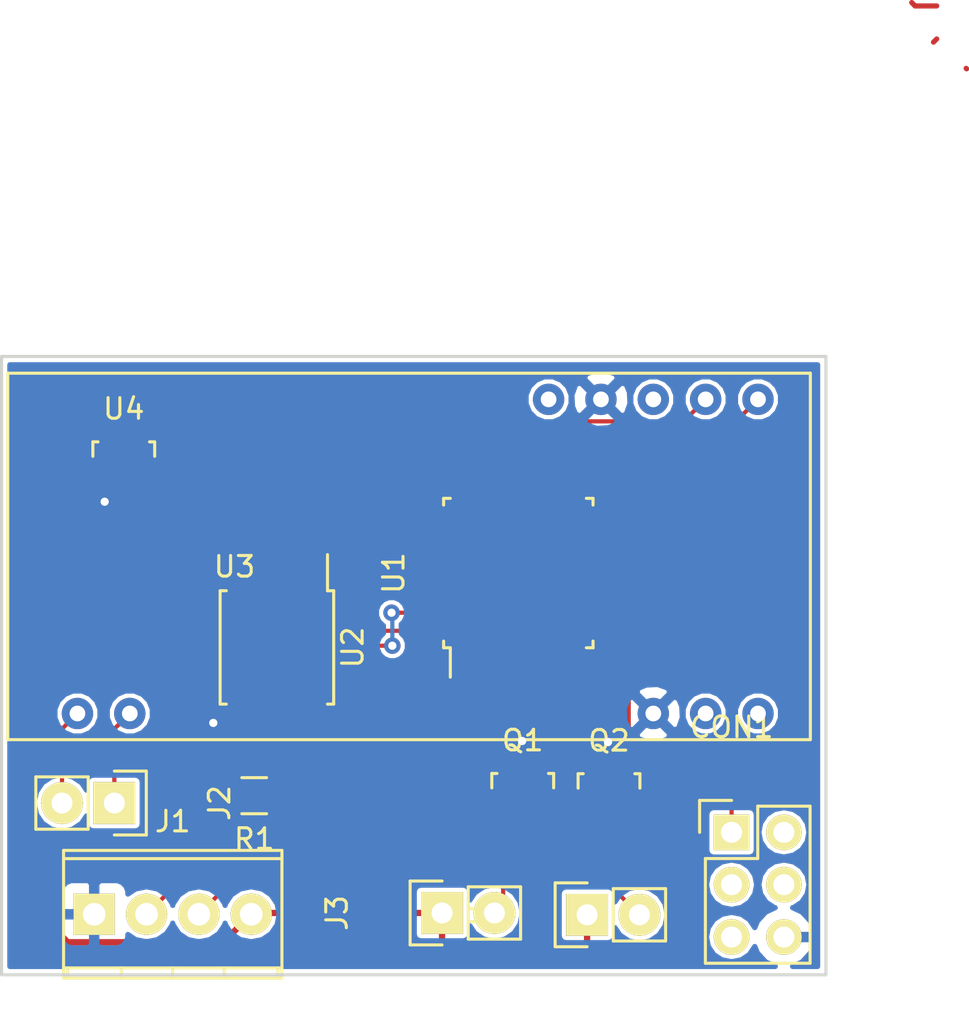
<source format=kicad_pcb>
(kicad_pcb (version 20170123) (host pcbnew no-vcs-found-5e5259b~58~ubuntu16.10.1)

  (general
    (links 40)
    (no_connects 19)
    (area 99.924999 82.504705 147.152902 132.66008)
    (thickness 1.6)
    (drawings 4)
    (tracks 99)
    (zones 0)
    (modules 12)
    (nets 37)
  )

  (page A4)
  (layers
    (0 F.Cu signal)
    (31 B.Cu signal)
    (32 B.Adhes user)
    (33 F.Adhes user)
    (34 B.Paste user)
    (35 F.Paste user)
    (36 B.SilkS user)
    (37 F.SilkS user)
    (38 B.Mask user)
    (39 F.Mask user)
    (40 Dwgs.User user)
    (41 Cmts.User user)
    (42 Eco1.User user)
    (43 Eco2.User user)
    (44 Edge.Cuts user)
    (45 Margin user)
    (46 B.CrtYd user)
    (47 F.CrtYd user)
    (48 B.Fab user)
    (49 F.Fab user)
  )

  (setup
    (last_trace_width 0.2032)
    (trace_clearance 0.2032)
    (zone_clearance 0.2032)
    (zone_45_only no)
    (trace_min 0.2)
    (segment_width 0.2)
    (edge_width 0.15)
    (via_size 0.8)
    (via_drill 0.4)
    (via_min_size 0.4)
    (via_min_drill 0.3)
    (uvia_size 0.3)
    (uvia_drill 0.1)
    (uvias_allowed no)
    (uvia_min_size 0.2)
    (uvia_min_drill 0.1)
    (pcb_text_width 0.3)
    (pcb_text_size 1.5 1.5)
    (mod_edge_width 0.15)
    (mod_text_size 1 1)
    (mod_text_width 0.15)
    (pad_size 1.524 1.524)
    (pad_drill 0.762)
    (pad_to_mask_clearance 0.2)
    (aux_axis_origin 0 0)
    (visible_elements FFFFFF7F)
    (pcbplotparams
      (layerselection 0x00030_ffffffff)
      (usegerberextensions false)
      (excludeedgelayer true)
      (linewidth 0.100000)
      (plotframeref false)
      (viasonmask false)
      (mode 1)
      (useauxorigin false)
      (hpglpennumber 1)
      (hpglpenspeed 20)
      (hpglpendiameter 15)
      (psnegative false)
      (psa4output false)
      (plotreference true)
      (plotvalue true)
      (plotinvisibletext false)
      (padsonsilk false)
      (subtractmaskfromsilk false)
      (outputformat 1)
      (mirror false)
      (drillshape 1)
      (scaleselection 1)
      (outputdirectory ""))
  )

  (net 0 "")
  (net 1 GND)
  (net 2 "Net-(J1-Pad2)")
  (net 3 "Net-(J1-Pad3)")
  (net 4 "Net-(Q1-Pad2)")
  (net 5 "Net-(Q2-Pad2)")
  (net 6 "Net-(U1-Pad1)")
  (net 7 "Net-(U1-Pad2)")
  (net 8 +5V)
  (net 9 "Net-(U1-Pad7)")
  (net 10 "Net-(U1-Pad8)")
  (net 11 "Net-(U1-Pad11)")
  (net 12 "Net-(U1-Pad12)")
  (net 13 "Net-(U1-Pad13)")
  (net 14 "Net-(U1-Pad14)")
  (net 15 "Net-(CON1-Pad4)")
  (net 16 "Net-(CON1-Pad1)")
  (net 17 "Net-(CON1-Pad3)")
  (net 18 "Net-(U1-Pad19)")
  (net 19 "Net-(U1-Pad20)")
  (net 20 "Net-(U1-Pad22)")
  (net 21 "Net-(U1-Pad25)")
  (net 22 "Net-(U1-Pad26)")
  (net 23 "Net-(U1-Pad27)")
  (net 24 "Net-(U1-Pad28)")
  (net 25 "Net-(CON1-Pad5)")
  (net 26 "Net-(U1-Pad30)")
  (net 27 "Net-(U1-Pad31)")
  (net 28 "Net-(U1-Pad32)")
  (net 29 +12V)
  (net 30 "Net-(J2-Pad1)")
  (net 31 "Net-(J2-Pad2)")
  (net 32 "Net-(J3-Pad2)")
  (net 33 "Net-(J4-Pad2)")
  (net 34 "Net-(U3-Pad7)")
  (net 35 /RF_TX)
  (net 36 /RF_RX)

  (net_class Default "This is the default net class."
    (clearance 0.2032)
    (trace_width 0.2032)
    (via_dia 0.8)
    (via_drill 0.4)
    (uvia_dia 0.3)
    (uvia_drill 0.1)
    (add_net /RF_RX)
    (add_net /RF_TX)
    (add_net "Net-(CON1-Pad1)")
    (add_net "Net-(CON1-Pad3)")
    (add_net "Net-(CON1-Pad4)")
    (add_net "Net-(CON1-Pad5)")
    (add_net "Net-(J1-Pad2)")
    (add_net "Net-(J1-Pad3)")
    (add_net "Net-(J2-Pad1)")
    (add_net "Net-(J2-Pad2)")
    (add_net "Net-(J3-Pad2)")
    (add_net "Net-(J4-Pad2)")
    (add_net "Net-(Q1-Pad2)")
    (add_net "Net-(Q2-Pad2)")
    (add_net "Net-(U1-Pad1)")
    (add_net "Net-(U1-Pad11)")
    (add_net "Net-(U1-Pad12)")
    (add_net "Net-(U1-Pad13)")
    (add_net "Net-(U1-Pad14)")
    (add_net "Net-(U1-Pad19)")
    (add_net "Net-(U1-Pad2)")
    (add_net "Net-(U1-Pad20)")
    (add_net "Net-(U1-Pad22)")
    (add_net "Net-(U1-Pad25)")
    (add_net "Net-(U1-Pad26)")
    (add_net "Net-(U1-Pad27)")
    (add_net "Net-(U1-Pad28)")
    (add_net "Net-(U1-Pad30)")
    (add_net "Net-(U1-Pad31)")
    (add_net "Net-(U1-Pad32)")
    (add_net "Net-(U1-Pad7)")
    (add_net "Net-(U1-Pad8)")
    (add_net "Net-(U3-Pad7)")
  )

  (net_class POWER ""
    (clearance 0.2032)
    (trace_width 0.3048)
    (via_dia 0.8)
    (via_drill 0.4)
    (uvia_dia 0.3)
    (uvia_drill 0.1)
    (add_net +12V)
    (add_net +5V)
    (add_net GND)
  )

  (module TO_SOT_Packages_SMD:SOT-23 (layer F.Cu) (tedit 553634F8) (tstamp 5979B4AB)
    (at 125.288 120.88114)
    (descr "SOT-23, Standard")
    (tags SOT-23)
    (path /5976567B)
    (attr smd)
    (fp_text reference Q1 (at 0 -2.25) (layer F.SilkS)
      (effects (font (size 1 1) (thickness 0.15)))
    )
    (fp_text value Q_NMOS_DGS (at 0 2.3) (layer F.Fab)
      (effects (font (size 1 1) (thickness 0.15)))
    )
    (fp_line (start -1.65 -1.6) (end 1.65 -1.6) (layer F.CrtYd) (width 0.05))
    (fp_line (start 1.65 -1.6) (end 1.65 1.6) (layer F.CrtYd) (width 0.05))
    (fp_line (start 1.65 1.6) (end -1.65 1.6) (layer F.CrtYd) (width 0.05))
    (fp_line (start -1.65 1.6) (end -1.65 -1.6) (layer F.CrtYd) (width 0.05))
    (fp_line (start 1.29916 -0.65024) (end 1.2509 -0.65024) (layer F.SilkS) (width 0.15))
    (fp_line (start -1.49982 0.0508) (end -1.49982 -0.65024) (layer F.SilkS) (width 0.15))
    (fp_line (start -1.49982 -0.65024) (end -1.2509 -0.65024) (layer F.SilkS) (width 0.15))
    (fp_line (start 1.29916 -0.65024) (end 1.49982 -0.65024) (layer F.SilkS) (width 0.15))
    (fp_line (start 1.49982 -0.65024) (end 1.49982 0.0508) (layer F.SilkS) (width 0.15))
    (pad 1 smd rect (at -0.95 1.00076) (size 0.8001 0.8001) (layers F.Cu F.Paste F.Mask)
      (net 32 "Net-(J3-Pad2)"))
    (pad 2 smd rect (at 0.95 1.00076) (size 0.8001 0.8001) (layers F.Cu F.Paste F.Mask)
      (net 4 "Net-(Q1-Pad2)"))
    (pad 3 smd rect (at 0 -0.99822) (size 0.8001 0.8001) (layers F.Cu F.Paste F.Mask)
      (net 1 GND))
    (model TO_SOT_Packages_SMD.3dshapes/SOT-23.wrl
      (at (xyz 0 0 0))
      (scale (xyz 1 1 1))
      (rotate (xyz 0 0 0))
    )
  )

  (module chickboard:EM4100RFID (layer F.Cu) (tedit 59789F13) (tstamp 597893D7)
    (at 111.3028 109.7026)
    (path /59779C44)
    (fp_text reference U3 (at 0 0.5) (layer F.SilkS)
      (effects (font (size 1 1) (thickness 0.15)))
    )
    (fp_text value RFID (at 1.1684 -5.0546) (layer F.Fab)
      (effects (font (size 1 1) (thickness 0.15)))
    )
    (fp_line (start -11 -8.89) (end -11 8.89) (layer F.SilkS) (width 0.15))
    (fp_line (start -11 8.89) (end 27.94 8.89) (layer F.SilkS) (width 0.15))
    (fp_line (start 27.94 -8.89) (end 27.94 8.89) (layer F.SilkS) (width 0.15))
    (fp_line (start -11 -8.89) (end 27.94 -8.89) (layer F.SilkS) (width 0.15))
    (pad 8 thru_hole circle (at 20.32 -7.62) (size 1.524 1.524) (drill 0.762) (layers *.Cu *.Mask))
    (pad 5 thru_hole circle (at 20.32 7.62) (size 1.524 1.524) (drill 0.762) (layers *.Cu *.Mask)
      (net 1 GND))
    (pad 6 thru_hole circle (at 22.86 7.62) (size 1.524 1.524) (drill 0.762) (layers *.Cu *.Mask)
      (net 8 +5V))
    (pad 1 thru_hole circle (at -5.08 7.62) (size 1.524 1.524) (drill 0.762) (layers *.Cu *.Mask)
      (net 30 "Net-(J2-Pad1)"))
    (pad 2 thru_hole circle (at -7.62 7.62) (size 1.524 1.524) (drill 0.762) (layers *.Cu *.Mask)
      (net 31 "Net-(J2-Pad2)"))
    (pad 7 thru_hole circle (at 25.4 7.62) (size 1.524 1.524) (drill 0.762) (layers *.Cu *.Mask)
      (net 34 "Net-(U3-Pad7)"))
    (pad 6 thru_hole circle (at 15.24 -7.62) (size 1.524 1.524) (drill 0.762) (layers *.Cu *.Mask)
      (net 8 +5V))
    (pad 5 thru_hole circle (at 17.78 -7.62 90) (size 1.524 1.524) (drill 0.762) (layers *.Cu *.Mask)
      (net 1 GND))
    (pad 4 thru_hole circle (at 22.86 -7.62) (size 1.524 1.524) (drill 0.762) (layers *.Cu *.Mask)
      (net 36 /RF_RX))
    (pad 3 thru_hole circle (at 25.4 -7.62) (size 1.524 1.524) (drill 0.762) (layers *.Cu *.Mask)
      (net 35 /RF_TX))
  )

  (module Resistors_SMD:R_0805_HandSoldering (layer F.Cu) (tedit 54189DEE) (tstamp 5979B4C7)
    (at 112.2591 121.3104 180)
    (descr "Resistor SMD 0805, hand soldering")
    (tags "resistor 0805")
    (path /59778F8E)
    (attr smd)
    (fp_text reference R1 (at 0 -2.1 180) (layer F.SilkS)
      (effects (font (size 1 1) (thickness 0.15)))
    )
    (fp_text value 75R (at 0 2.1 180) (layer F.Fab)
      (effects (font (size 1 1) (thickness 0.15)))
    )
    (fp_line (start -2.4 -1) (end 2.4 -1) (layer F.CrtYd) (width 0.05))
    (fp_line (start -2.4 1) (end 2.4 1) (layer F.CrtYd) (width 0.05))
    (fp_line (start -2.4 -1) (end -2.4 1) (layer F.CrtYd) (width 0.05))
    (fp_line (start 2.4 -1) (end 2.4 1) (layer F.CrtYd) (width 0.05))
    (fp_line (start 0.6 0.875) (end -0.6 0.875) (layer F.SilkS) (width 0.15))
    (fp_line (start -0.6 -0.875) (end 0.6 -0.875) (layer F.SilkS) (width 0.15))
    (pad 1 smd rect (at -1.35 0 180) (size 1.5 1.3) (layers F.Cu F.Paste F.Mask)
      (net 3 "Net-(J1-Pad3)"))
    (pad 2 smd rect (at 1.35 0 180) (size 1.5 1.3) (layers F.Cu F.Paste F.Mask)
      (net 2 "Net-(J1-Pad2)"))
    (model Resistors_SMD.3dshapes/R_0805_HandSoldering.wrl
      (at (xyz 0 0 0))
      (scale (xyz 1 1 1))
      (rotate (xyz 0 0 0))
    )
  )

  (module Terminal_Blocks:TerminalBlock_Pheonix_MPT-2.54mm_4pol (layer F.Cu) (tedit 0) (tstamp 5979B49B)
    (at 104.4956 127.0635)
    (descr "4-way 2.54mm pitch terminal block, Phoenix MPT series")
    (path /59765875)
    (fp_text reference J1 (at 3.81 -4.50088) (layer F.SilkS)
      (effects (font (size 1 1) (thickness 0.15)))
    )
    (fp_text value Screw_Terminal_1x04 (at 3.81 4.50088) (layer F.Fab)
      (effects (font (size 1 1) (thickness 0.15)))
    )
    (fp_line (start -1.778 -3.302) (end 9.398 -3.302) (layer F.CrtYd) (width 0.05))
    (fp_line (start -1.778 3.302) (end -1.778 -3.302) (layer F.CrtYd) (width 0.05))
    (fp_line (start 9.398 3.302) (end -1.778 3.302) (layer F.CrtYd) (width 0.05))
    (fp_line (start 9.398 -3.302) (end 9.398 3.302) (layer F.CrtYd) (width 0.05))
    (fp_line (start 9.11098 -3.0988) (end -1.49098 -3.0988) (layer F.SilkS) (width 0.15))
    (fp_line (start -1.49098 -2.70002) (end 9.11098 -2.70002) (layer F.SilkS) (width 0.15))
    (fp_line (start -1.49098 2.60096) (end 9.11098 2.60096) (layer F.SilkS) (width 0.15))
    (fp_line (start 9.11098 3.0988) (end -1.49098 3.0988) (layer F.SilkS) (width 0.15))
    (fp_line (start 6.30682 2.60096) (end 6.30682 3.0988) (layer F.SilkS) (width 0.15))
    (fp_line (start 3.81 2.60096) (end 3.81 3.0988) (layer F.SilkS) (width 0.15))
    (fp_line (start -1.28778 3.0988) (end -1.28778 2.60096) (layer F.SilkS) (width 0.15))
    (fp_line (start 8.91032 2.60096) (end 8.91032 3.0988) (layer F.SilkS) (width 0.15))
    (fp_line (start 1.31318 3.0988) (end 1.31318 2.60096) (layer F.SilkS) (width 0.15))
    (fp_line (start 9.10844 3.0988) (end 9.10844 -3.0988) (layer F.SilkS) (width 0.15))
    (fp_line (start -1.4859 -3.0988) (end -1.4859 3.0988) (layer F.SilkS) (width 0.15))
    (pad 4 thru_hole oval (at 7.62 0 180) (size 1.99898 1.99898) (drill 1.09728) (layers *.Cu *.Mask F.SilkS)
      (net 29 +12V))
    (pad 1 thru_hole rect (at 0 0 180) (size 1.99898 1.99898) (drill 1.09728) (layers *.Cu *.Mask F.SilkS)
      (net 1 GND))
    (pad 2 thru_hole oval (at 2.54 0 180) (size 1.99898 1.99898) (drill 1.09728) (layers *.Cu *.Mask F.SilkS)
      (net 2 "Net-(J1-Pad2)"))
    (pad 3 thru_hole oval (at 5.08 0 180) (size 1.99898 1.99898) (drill 1.09728) (layers *.Cu *.Mask F.SilkS)
      (net 3 "Net-(J1-Pad3)"))
    (model Terminal_Blocks.3dshapes/TerminalBlock_Pheonix_MPT-2.54mm_4pol.wrl
      (at (xyz 0.15 0 0))
      (scale (xyz 1 1 1))
      (rotate (xyz 0 0 0))
    )
  )

  (module TO_SOT_Packages_SMD:SOT-23 (layer F.Cu) (tedit 553634F8) (tstamp 5979B4BB)
    (at 129.474 120.89384)
    (descr "SOT-23, Standard")
    (tags SOT-23)
    (path /597656E9)
    (attr smd)
    (fp_text reference Q2 (at 0 -2.25) (layer F.SilkS)
      (effects (font (size 1 1) (thickness 0.15)))
    )
    (fp_text value Q_PMOS_DGS (at 0 2.3) (layer F.Fab)
      (effects (font (size 1 1) (thickness 0.15)))
    )
    (fp_line (start 1.49982 -0.65024) (end 1.49982 0.0508) (layer F.SilkS) (width 0.15))
    (fp_line (start 1.29916 -0.65024) (end 1.49982 -0.65024) (layer F.SilkS) (width 0.15))
    (fp_line (start -1.49982 -0.65024) (end -1.2509 -0.65024) (layer F.SilkS) (width 0.15))
    (fp_line (start -1.49982 0.0508) (end -1.49982 -0.65024) (layer F.SilkS) (width 0.15))
    (fp_line (start 1.29916 -0.65024) (end 1.2509 -0.65024) (layer F.SilkS) (width 0.15))
    (fp_line (start -1.65 1.6) (end -1.65 -1.6) (layer F.CrtYd) (width 0.05))
    (fp_line (start 1.65 1.6) (end -1.65 1.6) (layer F.CrtYd) (width 0.05))
    (fp_line (start 1.65 -1.6) (end 1.65 1.6) (layer F.CrtYd) (width 0.05))
    (fp_line (start -1.65 -1.6) (end 1.65 -1.6) (layer F.CrtYd) (width 0.05))
    (pad 3 smd rect (at 0 -0.99822) (size 0.8001 0.8001) (layers F.Cu F.Paste F.Mask)
      (net 1 GND))
    (pad 2 smd rect (at 0.95 1.00076) (size 0.8001 0.8001) (layers F.Cu F.Paste F.Mask)
      (net 5 "Net-(Q2-Pad2)"))
    (pad 1 smd rect (at -0.95 1.00076) (size 0.8001 0.8001) (layers F.Cu F.Paste F.Mask)
      (net 33 "Net-(J4-Pad2)"))
    (model TO_SOT_Packages_SMD.3dshapes/SOT-23.wrl
      (at (xyz 0 0 0))
      (scale (xyz 1 1 1))
      (rotate (xyz 0 0 0))
    )
  )

  (module Housings_QFP:TQFP-32_7x7mm_Pitch0.8mm (layer F.Cu) (tedit 54130A77) (tstamp 5979B4F8)
    (at 125.0741 110.5094 90)
    (descr "32-Lead Plastic Thin Quad Flatpack (PT) - 7x7x1.0 mm Body, 2.00 mm [TQFP] (see Microchip Packaging Specification 00000049BS.pdf)")
    (tags "QFP 0.8")
    (path /59764EFB)
    (attr smd)
    (fp_text reference U1 (at 0 -6.05 90) (layer F.SilkS)
      (effects (font (size 1 1) (thickness 0.15)))
    )
    (fp_text value ATMEGA328-AU (at 0 6.05 90) (layer F.Fab)
      (effects (font (size 1 1) (thickness 0.15)))
    )
    (fp_line (start -5.3 -5.3) (end -5.3 5.3) (layer F.CrtYd) (width 0.05))
    (fp_line (start 5.3 -5.3) (end 5.3 5.3) (layer F.CrtYd) (width 0.05))
    (fp_line (start -5.3 -5.3) (end 5.3 -5.3) (layer F.CrtYd) (width 0.05))
    (fp_line (start -5.3 5.3) (end 5.3 5.3) (layer F.CrtYd) (width 0.05))
    (fp_line (start -3.625 -3.625) (end -3.625 -3.3) (layer F.SilkS) (width 0.15))
    (fp_line (start 3.625 -3.625) (end 3.625 -3.3) (layer F.SilkS) (width 0.15))
    (fp_line (start 3.625 3.625) (end 3.625 3.3) (layer F.SilkS) (width 0.15))
    (fp_line (start -3.625 3.625) (end -3.625 3.3) (layer F.SilkS) (width 0.15))
    (fp_line (start -3.625 -3.625) (end -3.3 -3.625) (layer F.SilkS) (width 0.15))
    (fp_line (start -3.625 3.625) (end -3.3 3.625) (layer F.SilkS) (width 0.15))
    (fp_line (start 3.625 3.625) (end 3.3 3.625) (layer F.SilkS) (width 0.15))
    (fp_line (start 3.625 -3.625) (end 3.3 -3.625) (layer F.SilkS) (width 0.15))
    (fp_line (start -3.625 -3.3) (end -5.05 -3.3) (layer F.SilkS) (width 0.15))
    (pad 1 smd rect (at -4.25 -2.8 90) (size 1.6 0.55) (layers F.Cu F.Paste F.Mask)
      (net 6 "Net-(U1-Pad1)"))
    (pad 2 smd rect (at -4.25 -2 90) (size 1.6 0.55) (layers F.Cu F.Paste F.Mask)
      (net 7 "Net-(U1-Pad2)"))
    (pad 3 smd rect (at -4.25 -1.2 90) (size 1.6 0.55) (layers F.Cu F.Paste F.Mask)
      (net 1 GND))
    (pad 4 smd rect (at -4.25 -0.4 90) (size 1.6 0.55) (layers F.Cu F.Paste F.Mask)
      (net 8 +5V))
    (pad 5 smd rect (at -4.25 0.4 90) (size 1.6 0.55) (layers F.Cu F.Paste F.Mask)
      (net 1 GND))
    (pad 6 smd rect (at -4.25 1.2 90) (size 1.6 0.55) (layers F.Cu F.Paste F.Mask)
      (net 8 +5V))
    (pad 7 smd rect (at -4.25 2 90) (size 1.6 0.55) (layers F.Cu F.Paste F.Mask)
      (net 9 "Net-(U1-Pad7)"))
    (pad 8 smd rect (at -4.25 2.8 90) (size 1.6 0.55) (layers F.Cu F.Paste F.Mask)
      (net 10 "Net-(U1-Pad8)"))
    (pad 9 smd rect (at -2.8 4.25 180) (size 1.6 0.55) (layers F.Cu F.Paste F.Mask)
      (net 4 "Net-(Q1-Pad2)"))
    (pad 10 smd rect (at -2 4.25 180) (size 1.6 0.55) (layers F.Cu F.Paste F.Mask)
      (net 5 "Net-(Q2-Pad2)"))
    (pad 11 smd rect (at -1.2 4.25 180) (size 1.6 0.55) (layers F.Cu F.Paste F.Mask)
      (net 11 "Net-(U1-Pad11)"))
    (pad 12 smd rect (at -0.4 4.25 180) (size 1.6 0.55) (layers F.Cu F.Paste F.Mask)
      (net 12 "Net-(U1-Pad12)"))
    (pad 13 smd rect (at 0.4 4.25 180) (size 1.6 0.55) (layers F.Cu F.Paste F.Mask)
      (net 13 "Net-(U1-Pad13)"))
    (pad 14 smd rect (at 1.2 4.25 180) (size 1.6 0.55) (layers F.Cu F.Paste F.Mask)
      (net 14 "Net-(U1-Pad14)"))
    (pad 15 smd rect (at 2 4.25 180) (size 1.6 0.55) (layers F.Cu F.Paste F.Mask)
      (net 15 "Net-(CON1-Pad4)"))
    (pad 16 smd rect (at 2.8 4.25 180) (size 1.6 0.55) (layers F.Cu F.Paste F.Mask)
      (net 16 "Net-(CON1-Pad1)"))
    (pad 17 smd rect (at 4.25 2.8 90) (size 1.6 0.55) (layers F.Cu F.Paste F.Mask)
      (net 17 "Net-(CON1-Pad3)"))
    (pad 18 smd rect (at 4.25 2 90) (size 1.6 0.55) (layers F.Cu F.Paste F.Mask)
      (net 8 +5V))
    (pad 19 smd rect (at 4.25 1.2 90) (size 1.6 0.55) (layers F.Cu F.Paste F.Mask)
      (net 18 "Net-(U1-Pad19)"))
    (pad 20 smd rect (at 4.25 0.4 90) (size 1.6 0.55) (layers F.Cu F.Paste F.Mask)
      (net 19 "Net-(U1-Pad20)"))
    (pad 21 smd rect (at 4.25 -0.4 90) (size 1.6 0.55) (layers F.Cu F.Paste F.Mask)
      (net 1 GND))
    (pad 22 smd rect (at 4.25 -1.2 90) (size 1.6 0.55) (layers F.Cu F.Paste F.Mask)
      (net 20 "Net-(U1-Pad22)"))
    (pad 23 smd rect (at 4.25 -2 90) (size 1.6 0.55) (layers F.Cu F.Paste F.Mask)
      (net 35 /RF_TX))
    (pad 24 smd rect (at 4.25 -2.8 90) (size 1.6 0.55) (layers F.Cu F.Paste F.Mask)
      (net 36 /RF_RX))
    (pad 25 smd rect (at 2.8 -4.25 180) (size 1.6 0.55) (layers F.Cu F.Paste F.Mask)
      (net 21 "Net-(U1-Pad25)"))
    (pad 26 smd rect (at 2 -4.25 180) (size 1.6 0.55) (layers F.Cu F.Paste F.Mask)
      (net 22 "Net-(U1-Pad26)"))
    (pad 27 smd rect (at 1.2 -4.25 180) (size 1.6 0.55) (layers F.Cu F.Paste F.Mask)
      (net 23 "Net-(U1-Pad27)"))
    (pad 28 smd rect (at 0.4 -4.25 180) (size 1.6 0.55) (layers F.Cu F.Paste F.Mask)
      (net 24 "Net-(U1-Pad28)"))
    (pad 29 smd rect (at -0.4 -4.25 180) (size 1.6 0.55) (layers F.Cu F.Paste F.Mask)
      (net 25 "Net-(CON1-Pad5)"))
    (pad 30 smd rect (at -1.2 -4.25 180) (size 1.6 0.55) (layers F.Cu F.Paste F.Mask)
      (net 26 "Net-(U1-Pad30)"))
    (pad 31 smd rect (at -2 -4.25 180) (size 1.6 0.55) (layers F.Cu F.Paste F.Mask)
      (net 27 "Net-(U1-Pad31)"))
    (pad 32 smd rect (at -2.8 -4.25 180) (size 1.6 0.55) (layers F.Cu F.Paste F.Mask)
      (net 28 "Net-(U1-Pad32)"))
    (model Housings_QFP.3dshapes/TQFP-32_7x7mm_Pitch0.8mm.wrl
      (at (xyz 0 0 0))
      (scale (xyz 1 1 1))
      (rotate (xyz 0 0 0))
    )
  )

  (module Housings_SOIC:SOIJ-8_5.3x5.3mm_Pitch1.27mm (layer F.Cu) (tedit 54130A77) (tstamp 5979B50F)
    (at 113.3602 114.1171 270)
    (descr "8-Lead Plastic Small Outline (SM) - Medium, 5.28 mm Body [SOIC] (see Microchip Packaging Specification 00000049BS.pdf)")
    (tags "SOIC 1.27")
    (path /5976554B)
    (attr smd)
    (fp_text reference U2 (at 0 -3.68 270) (layer F.SilkS)
      (effects (font (size 1 1) (thickness 0.15)))
    )
    (fp_text value SN65HVD485E (at 0 3.68 270) (layer F.Fab)
      (effects (font (size 1 1) (thickness 0.15)))
    )
    (fp_line (start -4.75 -2.95) (end -4.75 2.95) (layer F.CrtYd) (width 0.05))
    (fp_line (start 4.75 -2.95) (end 4.75 2.95) (layer F.CrtYd) (width 0.05))
    (fp_line (start -4.75 -2.95) (end 4.75 -2.95) (layer F.CrtYd) (width 0.05))
    (fp_line (start -4.75 2.95) (end 4.75 2.95) (layer F.CrtYd) (width 0.05))
    (fp_line (start -2.75 -2.755) (end -2.75 -2.455) (layer F.SilkS) (width 0.15))
    (fp_line (start 2.75 -2.755) (end 2.75 -2.455) (layer F.SilkS) (width 0.15))
    (fp_line (start 2.75 2.755) (end 2.75 2.455) (layer F.SilkS) (width 0.15))
    (fp_line (start -2.75 2.755) (end -2.75 2.455) (layer F.SilkS) (width 0.15))
    (fp_line (start -2.75 -2.755) (end 2.75 -2.755) (layer F.SilkS) (width 0.15))
    (fp_line (start -2.75 2.755) (end 2.75 2.755) (layer F.SilkS) (width 0.15))
    (fp_line (start -2.75 -2.455) (end -4.5 -2.455) (layer F.SilkS) (width 0.15))
    (pad 1 smd rect (at -3.65 -1.905 270) (size 1.7 0.65) (layers F.Cu F.Paste F.Mask)
      (net 26 "Net-(U1-Pad30)"))
    (pad 2 smd rect (at -3.65 -0.635 270) (size 1.7 0.65) (layers F.Cu F.Paste F.Mask)
      (net 6 "Net-(U1-Pad1)"))
    (pad 3 smd rect (at -3.65 0.635 270) (size 1.7 0.65) (layers F.Cu F.Paste F.Mask)
      (net 28 "Net-(U1-Pad32)"))
    (pad 4 smd rect (at -3.65 1.905 270) (size 1.7 0.65) (layers F.Cu F.Paste F.Mask)
      (net 27 "Net-(U1-Pad31)"))
    (pad 5 smd rect (at 3.65 1.905 270) (size 1.7 0.65) (layers F.Cu F.Paste F.Mask)
      (net 1 GND))
    (pad 6 smd rect (at 3.65 0.635 270) (size 1.7 0.65) (layers F.Cu F.Paste F.Mask)
      (net 2 "Net-(J1-Pad2)"))
    (pad 7 smd rect (at 3.65 -0.635 270) (size 1.7 0.65) (layers F.Cu F.Paste F.Mask)
      (net 3 "Net-(J1-Pad3)"))
    (pad 8 smd rect (at 3.65 -1.905 270) (size 1.7 0.65) (layers F.Cu F.Paste F.Mask)
      (net 8 +5V))
    (model Housings_SOIC.3dshapes/SOIJ-8_5.3x5.3mm_Pitch1.27mm.wrl
      (at (xyz 0 0 0))
      (scale (xyz 1 1 1))
      (rotate (xyz 0 0 0))
    )
  )

  (module Pin_Headers:Pin_Header_Straight_2x03 (layer F.Cu) (tedit 54EA0A4B) (tstamp 59786FD3)
    (at 135.4201 123.0884)
    (descr "Through hole pin header")
    (tags "pin header")
    (path /59779390)
    (fp_text reference CON1 (at 0 -5.1) (layer F.SilkS)
      (effects (font (size 1 1) (thickness 0.15)))
    )
    (fp_text value AVR-ISP-6 (at 0 -3.1) (layer F.Fab)
      (effects (font (size 1 1) (thickness 0.15)))
    )
    (fp_line (start -1.27 1.27) (end -1.27 6.35) (layer F.SilkS) (width 0.15))
    (fp_line (start -1.55 -1.55) (end 0 -1.55) (layer F.SilkS) (width 0.15))
    (fp_line (start -1.75 -1.75) (end -1.75 6.85) (layer F.CrtYd) (width 0.05))
    (fp_line (start 4.3 -1.75) (end 4.3 6.85) (layer F.CrtYd) (width 0.05))
    (fp_line (start -1.75 -1.75) (end 4.3 -1.75) (layer F.CrtYd) (width 0.05))
    (fp_line (start -1.75 6.85) (end 4.3 6.85) (layer F.CrtYd) (width 0.05))
    (fp_line (start 1.27 -1.27) (end 1.27 1.27) (layer F.SilkS) (width 0.15))
    (fp_line (start 1.27 1.27) (end -1.27 1.27) (layer F.SilkS) (width 0.15))
    (fp_line (start -1.27 6.35) (end 3.81 6.35) (layer F.SilkS) (width 0.15))
    (fp_line (start 3.81 6.35) (end 3.81 1.27) (layer F.SilkS) (width 0.15))
    (fp_line (start -1.55 -1.55) (end -1.55 0) (layer F.SilkS) (width 0.15))
    (fp_line (start 3.81 -1.27) (end 1.27 -1.27) (layer F.SilkS) (width 0.15))
    (fp_line (start 3.81 1.27) (end 3.81 -1.27) (layer F.SilkS) (width 0.15))
    (pad 1 thru_hole rect (at 0 0) (size 1.7272 1.7272) (drill 1.016) (layers *.Cu *.Mask F.SilkS)
      (net 16 "Net-(CON1-Pad1)"))
    (pad 2 thru_hole oval (at 2.54 0) (size 1.7272 1.7272) (drill 1.016) (layers *.Cu *.Mask F.SilkS)
      (net 8 +5V))
    (pad 3 thru_hole oval (at 0 2.54) (size 1.7272 1.7272) (drill 1.016) (layers *.Cu *.Mask F.SilkS)
      (net 17 "Net-(CON1-Pad3)"))
    (pad 4 thru_hole oval (at 2.54 2.54) (size 1.7272 1.7272) (drill 1.016) (layers *.Cu *.Mask F.SilkS)
      (net 15 "Net-(CON1-Pad4)"))
    (pad 5 thru_hole oval (at 0 5.08) (size 1.7272 1.7272) (drill 1.016) (layers *.Cu *.Mask F.SilkS)
      (net 25 "Net-(CON1-Pad5)"))
    (pad 6 thru_hole oval (at 2.54 5.08) (size 1.7272 1.7272) (drill 1.016) (layers *.Cu *.Mask F.SilkS)
      (net 1 GND))
    (model Pin_Headers.3dshapes/Pin_Header_Straight_2x03.wrl
      (at (xyz 0.05 -0.1 0))
      (scale (xyz 1 1 1))
      (rotate (xyz 0 0 90))
    )
  )

  (module Pin_Headers:Pin_Header_Straight_1x02 (layer F.Cu) (tedit 54EA090C) (tstamp 59786FD9)
    (at 105.4735 121.666 270)
    (descr "Through hole pin header")
    (tags "pin header")
    (path /59786FDF)
    (fp_text reference J2 (at 0 -5.1 270) (layer F.SilkS)
      (effects (font (size 1 1) (thickness 0.15)))
    )
    (fp_text value CONN_01X02 (at 0 -3.1 270) (layer F.Fab)
      (effects (font (size 1 1) (thickness 0.15)))
    )
    (fp_line (start 1.27 1.27) (end 1.27 3.81) (layer F.SilkS) (width 0.15))
    (fp_line (start 1.55 -1.55) (end 1.55 0) (layer F.SilkS) (width 0.15))
    (fp_line (start -1.75 -1.75) (end -1.75 4.3) (layer F.CrtYd) (width 0.05))
    (fp_line (start 1.75 -1.75) (end 1.75 4.3) (layer F.CrtYd) (width 0.05))
    (fp_line (start -1.75 -1.75) (end 1.75 -1.75) (layer F.CrtYd) (width 0.05))
    (fp_line (start -1.75 4.3) (end 1.75 4.3) (layer F.CrtYd) (width 0.05))
    (fp_line (start 1.27 1.27) (end -1.27 1.27) (layer F.SilkS) (width 0.15))
    (fp_line (start -1.55 0) (end -1.55 -1.55) (layer F.SilkS) (width 0.15))
    (fp_line (start -1.55 -1.55) (end 1.55 -1.55) (layer F.SilkS) (width 0.15))
    (fp_line (start -1.27 1.27) (end -1.27 3.81) (layer F.SilkS) (width 0.15))
    (fp_line (start -1.27 3.81) (end 1.27 3.81) (layer F.SilkS) (width 0.15))
    (pad 1 thru_hole rect (at 0 0 270) (size 2.032 2.032) (drill 1.016) (layers *.Cu *.Mask F.SilkS)
      (net 30 "Net-(J2-Pad1)"))
    (pad 2 thru_hole oval (at 0 2.54 270) (size 2.032 2.032) (drill 1.016) (layers *.Cu *.Mask F.SilkS)
      (net 31 "Net-(J2-Pad2)"))
    (model Pin_Headers.3dshapes/Pin_Header_Straight_1x02.wrl
      (at (xyz 0 -0.05 0))
      (scale (xyz 1 1 1))
      (rotate (xyz 0 0 90))
    )
  )

  (module Pin_Headers:Pin_Header_Straight_1x02 (layer F.Cu) (tedit 54EA090C) (tstamp 59786FDF)
    (at 121.3739 127 90)
    (descr "Through hole pin header")
    (tags "pin header")
    (path /597871BF)
    (fp_text reference J3 (at 0 -5.1 90) (layer F.SilkS)
      (effects (font (size 1 1) (thickness 0.15)))
    )
    (fp_text value CONN_01X02 (at 0 -3.1 90) (layer F.Fab)
      (effects (font (size 1 1) (thickness 0.15)))
    )
    (fp_line (start -1.27 3.81) (end 1.27 3.81) (layer F.SilkS) (width 0.15))
    (fp_line (start -1.27 1.27) (end -1.27 3.81) (layer F.SilkS) (width 0.15))
    (fp_line (start -1.55 -1.55) (end 1.55 -1.55) (layer F.SilkS) (width 0.15))
    (fp_line (start -1.55 0) (end -1.55 -1.55) (layer F.SilkS) (width 0.15))
    (fp_line (start 1.27 1.27) (end -1.27 1.27) (layer F.SilkS) (width 0.15))
    (fp_line (start -1.75 4.3) (end 1.75 4.3) (layer F.CrtYd) (width 0.05))
    (fp_line (start -1.75 -1.75) (end 1.75 -1.75) (layer F.CrtYd) (width 0.05))
    (fp_line (start 1.75 -1.75) (end 1.75 4.3) (layer F.CrtYd) (width 0.05))
    (fp_line (start -1.75 -1.75) (end -1.75 4.3) (layer F.CrtYd) (width 0.05))
    (fp_line (start 1.55 -1.55) (end 1.55 0) (layer F.SilkS) (width 0.15))
    (fp_line (start 1.27 1.27) (end 1.27 3.81) (layer F.SilkS) (width 0.15))
    (pad 2 thru_hole oval (at 0 2.54 90) (size 2.032 2.032) (drill 1.016) (layers *.Cu *.Mask F.SilkS)
      (net 32 "Net-(J3-Pad2)"))
    (pad 1 thru_hole rect (at 0 0 90) (size 2.032 2.032) (drill 1.016) (layers *.Cu *.Mask F.SilkS)
      (net 29 +12V))
    (model Pin_Headers.3dshapes/Pin_Header_Straight_1x02.wrl
      (at (xyz 0 -0.05 0))
      (scale (xyz 1 1 1))
      (rotate (xyz 0 0 90))
    )
  )

  (module Pin_Headers:Pin_Header_Straight_1x02 (layer F.Cu) (tedit 54EA090C) (tstamp 59786FE5)
    (at 128.4097 127.0889 90)
    (descr "Through hole pin header")
    (tags "pin header")
    (path /59787253)
    (fp_text reference J4 (at 0 -5.1 90) (layer F.SilkS)
      (effects (font (size 1 1) (thickness 0.15)))
    )
    (fp_text value CONN_01X02 (at 0 -3.1 90) (layer F.Fab)
      (effects (font (size 1 1) (thickness 0.15)))
    )
    (fp_line (start 1.27 1.27) (end 1.27 3.81) (layer F.SilkS) (width 0.15))
    (fp_line (start 1.55 -1.55) (end 1.55 0) (layer F.SilkS) (width 0.15))
    (fp_line (start -1.75 -1.75) (end -1.75 4.3) (layer F.CrtYd) (width 0.05))
    (fp_line (start 1.75 -1.75) (end 1.75 4.3) (layer F.CrtYd) (width 0.05))
    (fp_line (start -1.75 -1.75) (end 1.75 -1.75) (layer F.CrtYd) (width 0.05))
    (fp_line (start -1.75 4.3) (end 1.75 4.3) (layer F.CrtYd) (width 0.05))
    (fp_line (start 1.27 1.27) (end -1.27 1.27) (layer F.SilkS) (width 0.15))
    (fp_line (start -1.55 0) (end -1.55 -1.55) (layer F.SilkS) (width 0.15))
    (fp_line (start -1.55 -1.55) (end 1.55 -1.55) (layer F.SilkS) (width 0.15))
    (fp_line (start -1.27 1.27) (end -1.27 3.81) (layer F.SilkS) (width 0.15))
    (fp_line (start -1.27 3.81) (end 1.27 3.81) (layer F.SilkS) (width 0.15))
    (pad 1 thru_hole rect (at 0 0 90) (size 2.032 2.032) (drill 1.016) (layers *.Cu *.Mask F.SilkS)
      (net 29 +12V))
    (pad 2 thru_hole oval (at 0 2.54 90) (size 2.032 2.032) (drill 1.016) (layers *.Cu *.Mask F.SilkS)
      (net 33 "Net-(J4-Pad2)"))
    (model Pin_Headers.3dshapes/Pin_Header_Straight_1x02.wrl
      (at (xyz 0 -0.05 0))
      (scale (xyz 1 1 1))
      (rotate (xyz 0 0 90))
    )
  )

  (module TO_SOT_Packages_SMD:SOT-23 (layer F.Cu) (tedit 553634F8) (tstamp 59787163)
    (at 105.9307 104.79532)
    (descr "SOT-23, Standard")
    (tags SOT-23)
    (path /59787798)
    (attr smd)
    (fp_text reference U4 (at 0 -2.25) (layer F.SilkS)
      (effects (font (size 1 1) (thickness 0.15)))
    )
    (fp_text value AMS1117 (at 0 2.3) (layer F.Fab)
      (effects (font (size 1 1) (thickness 0.15)))
    )
    (fp_line (start -1.65 -1.6) (end 1.65 -1.6) (layer F.CrtYd) (width 0.05))
    (fp_line (start 1.65 -1.6) (end 1.65 1.6) (layer F.CrtYd) (width 0.05))
    (fp_line (start 1.65 1.6) (end -1.65 1.6) (layer F.CrtYd) (width 0.05))
    (fp_line (start -1.65 1.6) (end -1.65 -1.6) (layer F.CrtYd) (width 0.05))
    (fp_line (start 1.29916 -0.65024) (end 1.2509 -0.65024) (layer F.SilkS) (width 0.15))
    (fp_line (start -1.49982 0.0508) (end -1.49982 -0.65024) (layer F.SilkS) (width 0.15))
    (fp_line (start -1.49982 -0.65024) (end -1.2509 -0.65024) (layer F.SilkS) (width 0.15))
    (fp_line (start 1.29916 -0.65024) (end 1.49982 -0.65024) (layer F.SilkS) (width 0.15))
    (fp_line (start 1.49982 -0.65024) (end 1.49982 0.0508) (layer F.SilkS) (width 0.15))
    (pad 1 smd rect (at -0.95 1.00076) (size 0.8001 0.8001) (layers F.Cu F.Paste F.Mask)
      (net 1 GND))
    (pad 2 smd rect (at 0.95 1.00076) (size 0.8001 0.8001) (layers F.Cu F.Paste F.Mask)
      (net 8 +5V))
    (pad 3 smd rect (at 0 -0.99822) (size 0.8001 0.8001) (layers F.Cu F.Paste F.Mask)
      (net 29 +12V))
    (model TO_SOT_Packages_SMD.3dshapes/SOT-23.wrl
      (at (xyz 0 0 0))
      (scale (xyz 1 1 1))
      (rotate (xyz 0 0 0))
    )
  )

  (gr_line (start 100 100) (end 100 130) (layer Edge.Cuts) (width 0.15))
  (gr_line (start 100 100) (end 140 100) (layer Edge.Cuts) (width 0.15))
  (gr_line (start 140 130) (end 140 100) (layer Edge.Cuts) (width 0.15))
  (gr_line (start 100 130) (end 140 130) (layer Edge.Cuts) (width 0.15))

  (segment (start 146.801407 86.022907) (end 146.8247 86.0462) (width 0.25) (layer F.Cu) (net 0))
  (segment (start 144.3247 82.9962) (end 145.3747 82.9962) (width 0.25) (layer F.Cu) (net 0))
  (segment (start 144.161406 82.832906) (end 144.3247 82.9962) (width 0.25) (layer F.Cu) (net 0))
  (segment (start 145.217993 84.752907) (end 145.3747 84.5962) (width 0.25) (layer F.Cu) (net 0))
  (segment (start 129.474 119.89562) (end 129.474 118.7552) (width 0.3048) (layer F.Cu) (net 1))
  (via (at 129.4257 118.7069) (size 0.8) (drill 0.4) (layers F.Cu B.Cu) (net 1))
  (segment (start 129.474 118.7552) (end 129.4257 118.7069) (width 0.3048) (layer F.Cu) (net 1))
  (segment (start 125.288 119.88292) (end 125.288 118.684) (width 0.3048) (layer F.Cu) (net 1))
  (segment (start 125.288 118.684) (end 125.2601 118.6561) (width 0.3048) (layer F.Cu) (net 1))
  (via (at 125.2601 118.6561) (size 0.8) (drill 0.4) (layers F.Cu B.Cu) (net 1))
  (segment (start 111.4552 117.7671) (end 110.2868 117.7671) (width 0.3048) (layer F.Cu) (net 1))
  (segment (start 110.2868 117.7671) (end 110.2741 117.7798) (width 0.3048) (layer F.Cu) (net 1))
  (via (at 110.2741 117.7798) (size 0.8) (drill 0.4) (layers F.Cu B.Cu) (net 1))
  (segment (start 104.9807 105.79608) (end 104.9807 107.0254) (width 0.3048) (layer F.Cu) (net 1))
  (segment (start 104.9807 107.0254) (end 105.0036 107.0483) (width 0.3048) (layer F.Cu) (net 1))
  (via (at 105.0036 107.0483) (size 0.8) (drill 0.4) (layers F.Cu B.Cu) (net 1))
  (segment (start 110.9091 121.3104) (end 110.9091 120.1082) (width 0.2032) (layer F.Cu) (net 2))
  (segment (start 110.9091 120.1082) (end 112.7252 118.2921) (width 0.2032) (layer F.Cu) (net 2))
  (segment (start 112.7252 118.2921) (end 112.7252 117.7671) (width 0.2032) (layer F.Cu) (net 2))
  (segment (start 110.9091 121.3104) (end 110.9091 123.19) (width 0.2032) (layer F.Cu) (net 2))
  (segment (start 110.9091 123.19) (end 107.0356 127.0635) (width 0.2032) (layer F.Cu) (net 2))
  (segment (start 113.6091 121.3104) (end 113.6091 118.1532) (width 0.2032) (layer F.Cu) (net 3))
  (segment (start 113.6091 118.1532) (end 113.9952 117.7671) (width 0.2032) (layer F.Cu) (net 3))
  (segment (start 109.5756 127.0635) (end 113.6091 123.03) (width 0.2032) (layer F.Cu) (net 3))
  (segment (start 113.6091 123.03) (end 113.6091 121.3104) (width 0.2032) (layer F.Cu) (net 3))
  (segment (start 126.238 119.2403) (end 129.3241 116.1542) (width 0.2032) (layer F.Cu) (net 4))
  (segment (start 129.3241 116.1542) (end 129.3241 113.3094) (width 0.2032) (layer F.Cu) (net 4))
  (segment (start 126.238 121.8819) (end 126.238 119.2403) (width 0.2032) (layer F.Cu) (net 4))
  (segment (start 130.424 121.8946) (end 130.424 121.29135) (width 0.2032) (layer F.Cu) (net 5))
  (segment (start 130.424 121.29135) (end 130.428901 121.286449) (width 0.2032) (layer F.Cu) (net 5))
  (segment (start 130.428901 121.286449) (end 130.428901 112.611001) (width 0.2032) (layer F.Cu) (net 5))
  (segment (start 130.428901 112.611001) (end 130.3273 112.5094) (width 0.2032) (layer F.Cu) (net 5))
  (segment (start 130.3273 112.5094) (end 129.3241 112.5094) (width 0.2032) (layer F.Cu) (net 5))
  (segment (start 113.9952 110.4671) (end 113.9952 109.4139) (width 0.2032) (layer F.Cu) (net 6))
  (segment (start 113.9952 109.4139) (end 113.893599 109.312299) (width 0.2032) (layer F.Cu) (net 6))
  (segment (start 110.886359 109.312299) (end 110.825399 109.373259) (width 0.2032) (layer F.Cu) (net 6))
  (segment (start 113.893599 109.312299) (end 110.886359 109.312299) (width 0.2032) (layer F.Cu) (net 6))
  (segment (start 110.825399 109.373259) (end 110.825399 111.560941) (width 0.2032) (layer F.Cu) (net 6))
  (segment (start 110.825399 111.560941) (end 114.023858 114.7594) (width 0.2032) (layer F.Cu) (net 6))
  (segment (start 114.023858 114.7594) (end 121.7959 114.7594) (width 0.2032) (layer F.Cu) (net 6))
  (segment (start 121.7959 114.7594) (end 122.2741 114.7594) (width 0.2032) (layer F.Cu) (net 6))
  (segment (start 124.9514 116.1415) (end 125.9968 116.1415) (width 0.3048) (layer F.Cu) (net 8))
  (segment (start 125.9968 116.1415) (end 126.2741 115.8642) (width 0.3048) (layer F.Cu) (net 8))
  (segment (start 126.2741 115.8642) (end 126.2741 114.7594) (width 0.3048) (layer F.Cu) (net 8))
  (segment (start 124.6741 114.7594) (end 124.6741 115.8642) (width 0.3048) (layer F.Cu) (net 8))
  (segment (start 124.6741 115.8642) (end 124.9514 116.1415) (width 0.3048) (layer F.Cu) (net 8))
  (segment (start 129.3241 107.7094) (end 130.3273 107.7094) (width 0.2032) (layer F.Cu) (net 16))
  (segment (start 130.3273 107.7094) (end 135.4201 112.8022) (width 0.2032) (layer F.Cu) (net 16))
  (segment (start 135.4201 122.0216) (end 135.4201 123.0884) (width 0.2032) (layer F.Cu) (net 16))
  (segment (start 135.4201 112.8022) (end 135.4201 122.0216) (width 0.2032) (layer F.Cu) (net 16))
  (segment (start 115.2652 110.4671) (end 115.7934 110.4671) (width 0.2032) (layer F.Cu) (net 26))
  (segment (start 115.7934 110.4671) (end 117.0357 111.7094) (width 0.2032) (layer F.Cu) (net 26))
  (segment (start 119.8209 111.7094) (end 120.8241 111.7094) (width 0.2032) (layer F.Cu) (net 26))
  (segment (start 117.0357 111.7094) (end 119.8209 111.7094) (width 0.2032) (layer F.Cu) (net 26))
  (segment (start 118.9228 112.4331) (end 120.7478 112.4331) (width 0.2032) (layer F.Cu) (net 27))
  (segment (start 120.7478 112.4331) (end 120.8241 112.5094) (width 0.2032) (layer F.Cu) (net 27))
  (segment (start 118.9609 114.0333) (end 118.9609 112.4712) (width 0.2032) (layer B.Cu) (net 27))
  (segment (start 118.9609 112.4712) (end 118.9228 112.4331) (width 0.2032) (layer B.Cu) (net 27))
  (via (at 118.9228 112.4331) (size 0.8) (drill 0.4) (layers F.Cu B.Cu) (net 27))
  (segment (start 111.4552 110.4671) (end 111.4552 110.9921) (width 0.2032) (layer F.Cu) (net 27))
  (segment (start 111.4552 110.9921) (end 114.4964 114.0333) (width 0.2032) (layer F.Cu) (net 27))
  (segment (start 114.4964 114.0333) (end 114.567758 114.0333) (width 0.2032) (layer F.Cu) (net 27))
  (segment (start 114.567758 114.0333) (end 118.9609 114.0333) (width 0.2032) (layer F.Cu) (net 27))
  (via (at 118.9609 114.0333) (size 0.8) (drill 0.4) (layers F.Cu B.Cu) (net 27))
  (segment (start 112.7252 110.4671) (end 112.7252 111.5203) (width 0.2032) (layer F.Cu) (net 28))
  (segment (start 112.7252 111.5203) (end 114.5143 113.3094) (width 0.2032) (layer F.Cu) (net 28))
  (segment (start 114.5143 113.3094) (end 119.8209 113.3094) (width 0.2032) (layer F.Cu) (net 28))
  (segment (start 119.8209 113.3094) (end 120.8241 113.3094) (width 0.2032) (layer F.Cu) (net 28))
  (segment (start 121.3739 127) (end 112.1791 127) (width 0.3048) (layer F.Cu) (net 29))
  (segment (start 112.1791 127) (end 112.1156 127.0635) (width 0.3048) (layer F.Cu) (net 29))
  (segment (start 121.8819 129.0066) (end 121.3739 128.4986) (width 0.3048) (layer F.Cu) (net 29))
  (segment (start 121.3739 128.4986) (end 121.3739 127) (width 0.3048) (layer F.Cu) (net 29))
  (segment (start 127.8128 129.0066) (end 121.8819 129.0066) (width 0.3048) (layer F.Cu) (net 29))
  (segment (start 128.4097 127.0889) (end 128.4097 128.4097) (width 0.3048) (layer F.Cu) (net 29))
  (segment (start 128.4097 128.4097) (end 127.8128 129.0066) (width 0.3048) (layer F.Cu) (net 29))
  (segment (start 121.2977 127.0635) (end 121.412 126.9492) (width 0.3048) (layer F.Cu) (net 29))
  (segment (start 112.1156 127.0635) (end 110.760509 128.418591) (width 0.3048) (layer F.Cu) (net 29))
  (segment (start 110.760509 128.418591) (end 103.211629 128.418591) (width 0.3048) (layer F.Cu) (net 29))
  (segment (start 103.211629 128.418591) (end 101.561899 126.768861) (width 0.3048) (layer F.Cu) (net 29))
  (segment (start 101.561899 126.768861) (end 101.561899 107.461051) (width 0.3048) (layer F.Cu) (net 29))
  (segment (start 101.561899 107.461051) (end 105.22585 103.7971) (width 0.3048) (layer F.Cu) (net 29))
  (segment (start 105.22585 103.7971) (end 105.9307 103.7971) (width 0.3048) (layer F.Cu) (net 29))
  (segment (start 105.4735 121.666) (end 105.4735 118.0719) (width 0.2032) (layer F.Cu) (net 30))
  (segment (start 105.4735 118.0719) (end 106.2228 117.3226) (width 0.2032) (layer F.Cu) (net 30))
  (segment (start 102.9335 121.666) (end 102.9335 118.0719) (width 0.2032) (layer F.Cu) (net 31))
  (segment (start 102.9335 118.0719) (end 103.6828 117.3226) (width 0.2032) (layer F.Cu) (net 31))
  (segment (start 124.338 121.8819) (end 124.338 126.5759) (width 0.2032) (layer F.Cu) (net 32))
  (segment (start 124.338 126.5759) (end 123.9139 127) (width 0.2032) (layer F.Cu) (net 32))
  (segment (start 128.524 121.8946) (end 128.524 124.6632) (width 0.2032) (layer F.Cu) (net 33))
  (segment (start 128.524 124.6632) (end 130.9497 127.0889) (width 0.2032) (layer F.Cu) (net 33))
  (segment (start 124.6094 103.7209) (end 135.0645 103.7209) (width 0.2032) (layer F.Cu) (net 35))
  (segment (start 135.0645 103.7209) (end 136.7028 102.0826) (width 0.2032) (layer F.Cu) (net 35))
  (segment (start 123.0741 106.2594) (end 123.0741 105.2562) (width 0.2032) (layer F.Cu) (net 35))
  (segment (start 123.0741 105.2562) (end 124.6094 103.7209) (width 0.2032) (layer F.Cu) (net 35))
  (segment (start 122.2741 106.2594) (end 122.2741 105.2562) (width 0.2032) (layer F.Cu) (net 36))
  (segment (start 122.2741 105.2562) (end 124.380899 103.149401) (width 0.2032) (layer F.Cu) (net 36))
  (segment (start 124.380899 103.149401) (end 133.095999 103.149401) (width 0.2032) (layer F.Cu) (net 36))
  (segment (start 133.095999 103.149401) (end 133.400801 102.844599) (width 0.2032) (layer F.Cu) (net 36))
  (segment (start 133.400801 102.844599) (end 134.1628 102.0826) (width 0.2032) (layer F.Cu) (net 36))

  (zone (net 1) (net_name GND) (layer B.Cu) (tstamp 0) (hatch edge 0.508)
    (connect_pads (clearance 0.2032))
    (min_thickness 0.254)
    (fill yes (arc_segments 16) (thermal_gap 0.508) (thermal_bridge_width 0.508))
    (polygon
      (pts
        (xy 100.1268 100.1395) (xy 139.8143 100.0887) (xy 139.7762 129.7559) (xy 100.0379 129.8956) (xy 100.1141 100.1395)
        (xy 100.1141 100.1395)
      )
    )
    (filled_polygon
      (pts
        (xy 139.5948 129.5948) (xy 138.380082 129.5948) (xy 138.84859 129.375221) (xy 139.242788 128.943347) (xy 139.415058 128.527426)
        (xy 139.293917 128.2954) (xy 138.0871 128.2954) (xy 138.0871 128.3154) (xy 137.8331 128.3154) (xy 137.8331 128.2954)
        (xy 137.8131 128.2954) (xy 137.8131 128.0414) (xy 137.8331 128.0414) (xy 137.8331 128.0214) (xy 138.0871 128.0214)
        (xy 138.0871 128.0414) (xy 139.293917 128.0414) (xy 139.415058 127.809374) (xy 139.242788 127.393453) (xy 138.84859 126.961579)
        (xy 138.382047 126.742921) (xy 138.440335 126.731327) (xy 138.827632 126.472544) (xy 139.086415 126.085247) (xy 139.177288 125.6284)
        (xy 139.086415 125.171553) (xy 138.827632 124.784256) (xy 138.440335 124.525473) (xy 137.983488 124.4346) (xy 137.936712 124.4346)
        (xy 137.479865 124.525473) (xy 137.092568 124.784256) (xy 136.833785 125.171553) (xy 136.742912 125.6284) (xy 136.833785 126.085247)
        (xy 137.092568 126.472544) (xy 137.479865 126.731327) (xy 137.538153 126.742921) (xy 137.07161 126.961579) (xy 136.677412 127.393453)
        (xy 136.545948 127.710854) (xy 136.287632 127.324256) (xy 135.900335 127.065473) (xy 135.443488 126.9746) (xy 135.396712 126.9746)
        (xy 134.939865 127.065473) (xy 134.552568 127.324256) (xy 134.293785 127.711553) (xy 134.202912 128.1684) (xy 134.293785 128.625247)
        (xy 134.552568 129.012544) (xy 134.939865 129.271327) (xy 135.396712 129.3622) (xy 135.443488 129.3622) (xy 135.900335 129.271327)
        (xy 136.287632 129.012544) (xy 136.545948 128.625946) (xy 136.677412 128.943347) (xy 137.07161 129.375221) (xy 137.540118 129.5948)
        (xy 100.4052 129.5948) (xy 100.4052 127.34925) (xy 102.86111 127.34925) (xy 102.86111 128.1893) (xy 102.957783 128.422689)
        (xy 103.136412 128.601317) (xy 103.369801 128.69799) (xy 104.20985 128.69799) (xy 104.3686 128.53924) (xy 104.3686 127.1905)
        (xy 103.01986 127.1905) (xy 102.86111 127.34925) (xy 100.4052 127.34925) (xy 100.4052 125.9377) (xy 102.86111 125.9377)
        (xy 102.86111 126.77775) (xy 103.01986 126.9365) (xy 104.3686 126.9365) (xy 104.3686 125.58776) (xy 104.6226 125.58776)
        (xy 104.6226 126.9365) (xy 104.6426 126.9365) (xy 104.6426 127.1905) (xy 104.6226 127.1905) (xy 104.6226 128.53924)
        (xy 104.78135 128.69799) (xy 105.621399 128.69799) (xy 105.854788 128.601317) (xy 106.033417 128.422689) (xy 106.13009 128.1893)
        (xy 106.13009 128.04434) (xy 106.5007 128.291973) (xy 107.00955 128.39319) (xy 107.06165 128.39319) (xy 107.5705 128.291973)
        (xy 108.001883 128.003733) (xy 108.290123 127.57235) (xy 108.3056 127.494542) (xy 108.321077 127.57235) (xy 108.609317 128.003733)
        (xy 109.0407 128.291973) (xy 109.54955 128.39319) (xy 109.60165 128.39319) (xy 110.1105 128.291973) (xy 110.541883 128.003733)
        (xy 110.830123 127.57235) (xy 110.8456 127.494542) (xy 110.861077 127.57235) (xy 111.149317 128.003733) (xy 111.5807 128.291973)
        (xy 112.08955 128.39319) (xy 112.14165 128.39319) (xy 112.6505 128.291973) (xy 113.081883 128.003733) (xy 113.370123 127.57235)
        (xy 113.47134 127.0635) (xy 113.370123 126.55465) (xy 113.081883 126.123267) (xy 112.873455 125.984) (xy 120.021231 125.984)
        (xy 120.021231 128.016) (xy 120.046858 128.144838) (xy 120.119839 128.254061) (xy 120.229062 128.327042) (xy 120.3579 128.352669)
        (xy 122.3899 128.352669) (xy 122.518738 128.327042) (xy 122.627961 128.254061) (xy 122.700942 128.144838) (xy 122.726569 128.016)
        (xy 122.726569 127.625944) (xy 122.961993 127.978281) (xy 123.398732 128.270101) (xy 123.9139 128.372574) (xy 124.429068 128.270101)
        (xy 124.865807 127.978281) (xy 125.157627 127.541542) (xy 125.2601 127.026374) (xy 125.2601 126.973626) (xy 125.157627 126.458458)
        (xy 124.900006 126.0729) (xy 127.057031 126.0729) (xy 127.057031 128.1049) (xy 127.082658 128.233738) (xy 127.155639 128.342961)
        (xy 127.264862 128.415942) (xy 127.3937 128.441569) (xy 129.4257 128.441569) (xy 129.554538 128.415942) (xy 129.663761 128.342961)
        (xy 129.736742 128.233738) (xy 129.762369 128.1049) (xy 129.762369 127.714844) (xy 129.997793 128.067181) (xy 130.434532 128.359001)
        (xy 130.9497 128.461474) (xy 131.464868 128.359001) (xy 131.901607 128.067181) (xy 132.193427 127.630442) (xy 132.2959 127.115274)
        (xy 132.2959 127.062526) (xy 132.193427 126.547358) (xy 131.901607 126.110619) (xy 131.464868 125.818799) (xy 130.9497 125.716326)
        (xy 130.434532 125.818799) (xy 129.997793 126.110619) (xy 129.762369 126.462956) (xy 129.762369 126.0729) (xy 129.736742 125.944062)
        (xy 129.663761 125.834839) (xy 129.554538 125.761858) (xy 129.4257 125.736231) (xy 127.3937 125.736231) (xy 127.264862 125.761858)
        (xy 127.155639 125.834839) (xy 127.082658 125.944062) (xy 127.057031 126.0729) (xy 124.900006 126.0729) (xy 124.865807 126.021719)
        (xy 124.429068 125.729899) (xy 123.918797 125.6284) (xy 134.202912 125.6284) (xy 134.293785 126.085247) (xy 134.552568 126.472544)
        (xy 134.939865 126.731327) (xy 135.396712 126.8222) (xy 135.443488 126.8222) (xy 135.900335 126.731327) (xy 136.287632 126.472544)
        (xy 136.546415 126.085247) (xy 136.637288 125.6284) (xy 136.546415 125.171553) (xy 136.287632 124.784256) (xy 135.900335 124.525473)
        (xy 135.443488 124.4346) (xy 135.396712 124.4346) (xy 134.939865 124.525473) (xy 134.552568 124.784256) (xy 134.293785 125.171553)
        (xy 134.202912 125.6284) (xy 123.918797 125.6284) (xy 123.9139 125.627426) (xy 123.398732 125.729899) (xy 122.961993 126.021719)
        (xy 122.726569 126.374056) (xy 122.726569 125.984) (xy 122.700942 125.855162) (xy 122.627961 125.745939) (xy 122.518738 125.672958)
        (xy 122.3899 125.647331) (xy 120.3579 125.647331) (xy 120.229062 125.672958) (xy 120.119839 125.745939) (xy 120.046858 125.855162)
        (xy 120.021231 125.984) (xy 112.873455 125.984) (xy 112.6505 125.835027) (xy 112.14165 125.73381) (xy 112.08955 125.73381)
        (xy 111.5807 125.835027) (xy 111.149317 126.123267) (xy 110.861077 126.55465) (xy 110.8456 126.632458) (xy 110.830123 126.55465)
        (xy 110.541883 126.123267) (xy 110.1105 125.835027) (xy 109.60165 125.73381) (xy 109.54955 125.73381) (xy 109.0407 125.835027)
        (xy 108.609317 126.123267) (xy 108.321077 126.55465) (xy 108.3056 126.632458) (xy 108.290123 126.55465) (xy 108.001883 126.123267)
        (xy 107.5705 125.835027) (xy 107.06165 125.73381) (xy 107.00955 125.73381) (xy 106.5007 125.835027) (xy 106.13009 126.08266)
        (xy 106.13009 125.9377) (xy 106.033417 125.704311) (xy 105.854788 125.525683) (xy 105.621399 125.42901) (xy 104.78135 125.42901)
        (xy 104.6226 125.58776) (xy 104.3686 125.58776) (xy 104.20985 125.42901) (xy 103.369801 125.42901) (xy 103.136412 125.525683)
        (xy 102.957783 125.704311) (xy 102.86111 125.9377) (xy 100.4052 125.9377) (xy 100.4052 121.639626) (xy 101.5873 121.639626)
        (xy 101.5873 121.692374) (xy 101.689773 122.207542) (xy 101.981593 122.644281) (xy 102.418332 122.936101) (xy 102.9335 123.038574)
        (xy 103.448668 122.936101) (xy 103.885407 122.644281) (xy 104.120831 122.291944) (xy 104.120831 122.682) (xy 104.146458 122.810838)
        (xy 104.219439 122.920061) (xy 104.328662 122.993042) (xy 104.4575 123.018669) (xy 106.4895 123.018669) (xy 106.618338 122.993042)
        (xy 106.727561 122.920061) (xy 106.800542 122.810838) (xy 106.826169 122.682) (xy 106.826169 122.2248) (xy 134.219831 122.2248)
        (xy 134.219831 123.952) (xy 134.245458 124.080838) (xy 134.318439 124.190061) (xy 134.427662 124.263042) (xy 134.5565 124.288669)
        (xy 136.2837 124.288669) (xy 136.412538 124.263042) (xy 136.521761 124.190061) (xy 136.594742 124.080838) (xy 136.620369 123.952)
        (xy 136.620369 123.0884) (xy 136.742912 123.0884) (xy 136.833785 123.545247) (xy 137.092568 123.932544) (xy 137.479865 124.191327)
        (xy 137.936712 124.2822) (xy 137.983488 124.2822) (xy 138.440335 124.191327) (xy 138.827632 123.932544) (xy 139.086415 123.545247)
        (xy 139.177288 123.0884) (xy 139.086415 122.631553) (xy 138.827632 122.244256) (xy 138.440335 121.985473) (xy 137.983488 121.8946)
        (xy 137.936712 121.8946) (xy 137.479865 121.985473) (xy 137.092568 122.244256) (xy 136.833785 122.631553) (xy 136.742912 123.0884)
        (xy 136.620369 123.0884) (xy 136.620369 122.2248) (xy 136.594742 122.095962) (xy 136.521761 121.986739) (xy 136.412538 121.913758)
        (xy 136.2837 121.888131) (xy 134.5565 121.888131) (xy 134.427662 121.913758) (xy 134.318439 121.986739) (xy 134.245458 122.095962)
        (xy 134.219831 122.2248) (xy 106.826169 122.2248) (xy 106.826169 120.65) (xy 106.800542 120.521162) (xy 106.727561 120.411939)
        (xy 106.618338 120.338958) (xy 106.4895 120.313331) (xy 104.4575 120.313331) (xy 104.328662 120.338958) (xy 104.219439 120.411939)
        (xy 104.146458 120.521162) (xy 104.120831 120.65) (xy 104.120831 121.040056) (xy 103.885407 120.687719) (xy 103.448668 120.395899)
        (xy 102.9335 120.293426) (xy 102.418332 120.395899) (xy 101.981593 120.687719) (xy 101.689773 121.124458) (xy 101.5873 121.639626)
        (xy 100.4052 121.639626) (xy 100.4052 117.538899) (xy 102.590411 117.538899) (xy 102.756338 117.940473) (xy 103.063311 118.247982)
        (xy 103.464595 118.41461) (xy 103.899099 118.414989) (xy 104.300673 118.249062) (xy 104.608182 117.942089) (xy 104.77481 117.540805)
        (xy 104.774811 117.538899) (xy 105.130411 117.538899) (xy 105.296338 117.940473) (xy 105.603311 118.247982) (xy 106.004595 118.41461)
        (xy 106.439099 118.414989) (xy 106.710585 118.302813) (xy 130.822192 118.302813) (xy 130.891657 118.544997) (xy 131.415102 118.731744)
        (xy 131.970168 118.703962) (xy 132.353943 118.544997) (xy 132.423408 118.302813) (xy 131.6228 117.502205) (xy 130.822192 118.302813)
        (xy 106.710585 118.302813) (xy 106.840673 118.249062) (xy 107.148182 117.942089) (xy 107.31481 117.540805) (xy 107.315181 117.114902)
        (xy 130.213656 117.114902) (xy 130.241438 117.669968) (xy 130.400403 118.053743) (xy 130.642587 118.123208) (xy 131.443195 117.3226)
        (xy 131.802405 117.3226) (xy 132.603013 118.123208) (xy 132.845197 118.053743) (xy 133.028875 117.538899) (xy 133.070411 117.538899)
        (xy 133.236338 117.940473) (xy 133.543311 118.247982) (xy 133.944595 118.41461) (xy 134.379099 118.414989) (xy 134.780673 118.249062)
        (xy 135.088182 117.942089) (xy 135.25481 117.540805) (xy 135.254811 117.538899) (xy 135.610411 117.538899) (xy 135.776338 117.940473)
        (xy 136.083311 118.247982) (xy 136.484595 118.41461) (xy 136.919099 118.414989) (xy 137.320673 118.249062) (xy 137.628182 117.942089)
        (xy 137.79481 117.540805) (xy 137.795189 117.106301) (xy 137.629262 116.704727) (xy 137.322289 116.397218) (xy 136.921005 116.23059)
        (xy 136.486501 116.230211) (xy 136.084927 116.396138) (xy 135.777418 116.703111) (xy 135.61079 117.104395) (xy 135.610411 117.538899)
        (xy 135.254811 117.538899) (xy 135.255189 117.106301) (xy 135.089262 116.704727) (xy 134.782289 116.397218) (xy 134.381005 116.23059)
        (xy 133.946501 116.230211) (xy 133.544927 116.396138) (xy 133.237418 116.703111) (xy 133.07079 117.104395) (xy 133.070411 117.538899)
        (xy 133.028875 117.538899) (xy 133.031944 117.530298) (xy 133.004162 116.975232) (xy 132.845197 116.591457) (xy 132.603013 116.521992)
        (xy 131.802405 117.3226) (xy 131.443195 117.3226) (xy 130.642587 116.521992) (xy 130.400403 116.591457) (xy 130.213656 117.114902)
        (xy 107.315181 117.114902) (xy 107.315189 117.106301) (xy 107.149262 116.704727) (xy 106.842289 116.397218) (xy 106.710242 116.342387)
        (xy 130.822192 116.342387) (xy 131.6228 117.142995) (xy 132.423408 116.342387) (xy 132.353943 116.100203) (xy 131.830498 115.913456)
        (xy 131.275432 115.941238) (xy 130.891657 116.100203) (xy 130.822192 116.342387) (xy 106.710242 116.342387) (xy 106.441005 116.23059)
        (xy 106.006501 116.230211) (xy 105.604927 116.396138) (xy 105.297418 116.703111) (xy 105.13079 117.104395) (xy 105.130411 117.538899)
        (xy 104.774811 117.538899) (xy 104.775189 117.106301) (xy 104.609262 116.704727) (xy 104.302289 116.397218) (xy 103.901005 116.23059)
        (xy 103.466501 116.230211) (xy 103.064927 116.396138) (xy 102.757418 116.703111) (xy 102.59079 117.104395) (xy 102.590411 117.538899)
        (xy 100.4052 117.538899) (xy 100.4052 112.577708) (xy 118.192474 112.577708) (xy 118.303406 112.846184) (xy 118.508635 113.051772)
        (xy 118.5291 113.06027) (xy 118.5291 113.432589) (xy 118.342228 113.619135) (xy 118.230827 113.887417) (xy 118.230574 114.177908)
        (xy 118.341506 114.446384) (xy 118.546735 114.651972) (xy 118.815017 114.763373) (xy 119.105508 114.763626) (xy 119.373984 114.652694)
        (xy 119.579572 114.447465) (xy 119.690973 114.179183) (xy 119.691226 113.888692) (xy 119.580294 113.620216) (xy 119.3927 113.432294)
        (xy 119.3927 112.995777) (xy 119.541472 112.847265) (xy 119.652873 112.578983) (xy 119.653126 112.288492) (xy 119.542194 112.020016)
        (xy 119.336965 111.814428) (xy 119.068683 111.703027) (xy 118.778192 111.702774) (xy 118.509716 111.813706) (xy 118.304128 112.018935)
        (xy 118.192727 112.287217) (xy 118.192474 112.577708) (xy 100.4052 112.577708) (xy 100.4052 102.298899) (xy 125.450411 102.298899)
        (xy 125.616338 102.700473) (xy 125.923311 103.007982) (xy 126.324595 103.17461) (xy 126.759099 103.174989) (xy 127.030585 103.062813)
        (xy 128.282192 103.062813) (xy 128.351657 103.304997) (xy 128.875102 103.491744) (xy 129.430168 103.463962) (xy 129.813943 103.304997)
        (xy 129.883408 103.062813) (xy 129.0828 102.262205) (xy 128.282192 103.062813) (xy 127.030585 103.062813) (xy 127.160673 103.009062)
        (xy 127.468182 102.702089) (xy 127.63481 102.300805) (xy 127.635181 101.874902) (xy 127.673656 101.874902) (xy 127.701438 102.429968)
        (xy 127.860403 102.813743) (xy 128.102587 102.883208) (xy 128.903195 102.0826) (xy 129.262405 102.0826) (xy 130.063013 102.883208)
        (xy 130.305197 102.813743) (xy 130.488875 102.298899) (xy 130.530411 102.298899) (xy 130.696338 102.700473) (xy 131.003311 103.007982)
        (xy 131.404595 103.17461) (xy 131.839099 103.174989) (xy 132.240673 103.009062) (xy 132.548182 102.702089) (xy 132.71481 102.300805)
        (xy 132.714811 102.298899) (xy 133.070411 102.298899) (xy 133.236338 102.700473) (xy 133.543311 103.007982) (xy 133.944595 103.17461)
        (xy 134.379099 103.174989) (xy 134.780673 103.009062) (xy 135.088182 102.702089) (xy 135.25481 102.300805) (xy 135.254811 102.298899)
        (xy 135.610411 102.298899) (xy 135.776338 102.700473) (xy 136.083311 103.007982) (xy 136.484595 103.17461) (xy 136.919099 103.174989)
        (xy 137.320673 103.009062) (xy 137.628182 102.702089) (xy 137.79481 102.300805) (xy 137.795189 101.866301) (xy 137.629262 101.464727)
        (xy 137.322289 101.157218) (xy 136.921005 100.99059) (xy 136.486501 100.990211) (xy 136.084927 101.156138) (xy 135.777418 101.463111)
        (xy 135.61079 101.864395) (xy 135.610411 102.298899) (xy 135.254811 102.298899) (xy 135.255189 101.866301) (xy 135.089262 101.464727)
        (xy 134.782289 101.157218) (xy 134.381005 100.99059) (xy 133.946501 100.990211) (xy 133.544927 101.156138) (xy 133.237418 101.463111)
        (xy 133.07079 101.864395) (xy 133.070411 102.298899) (xy 132.714811 102.298899) (xy 132.715189 101.866301) (xy 132.549262 101.464727)
        (xy 132.242289 101.157218) (xy 131.841005 100.99059) (xy 131.406501 100.990211) (xy 131.004927 101.156138) (xy 130.697418 101.463111)
        (xy 130.53079 101.864395) (xy 130.530411 102.298899) (xy 130.488875 102.298899) (xy 130.491944 102.290298) (xy 130.464162 101.735232)
        (xy 130.305197 101.351457) (xy 130.063013 101.281992) (xy 129.262405 102.0826) (xy 128.903195 102.0826) (xy 128.102587 101.281992)
        (xy 127.860403 101.351457) (xy 127.673656 101.874902) (xy 127.635181 101.874902) (xy 127.635189 101.866301) (xy 127.469262 101.464727)
        (xy 127.162289 101.157218) (xy 127.030242 101.102387) (xy 128.282192 101.102387) (xy 129.0828 101.902995) (xy 129.883408 101.102387)
        (xy 129.813943 100.860203) (xy 129.290498 100.673456) (xy 128.735432 100.701238) (xy 128.351657 100.860203) (xy 128.282192 101.102387)
        (xy 127.030242 101.102387) (xy 126.761005 100.99059) (xy 126.326501 100.990211) (xy 125.924927 101.156138) (xy 125.617418 101.463111)
        (xy 125.45079 101.864395) (xy 125.450411 102.298899) (xy 100.4052 102.298899) (xy 100.4052 100.4052) (xy 139.5948 100.4052)
      )
    )
  )
  (zone (net 1) (net_name GND) (layer F.Cu) (tstamp 0) (hatch edge 0.508)
    (connect_pads (clearance 0.2032))
    (min_thickness 0.254)
    (fill yes (arc_segments 16) (thermal_gap 0.508) (thermal_bridge_width 0.508))
    (polygon
      (pts
        (xy 119.6721 105.1941) (xy 130.4544 105.2322) (xy 130.4544 115.9256) (xy 119.8245 115.6335)
      )
    )
    (filled_polygon
      (pts
        (xy 124.8011 106.1324) (xy 124.8211 106.1324) (xy 124.8211 106.3864) (xy 124.8011 106.3864) (xy 124.8011 107.53565)
        (xy 124.95985 107.6944) (xy 125.07541 107.6944) (xy 125.308799 107.597727) (xy 125.487427 107.419098) (xy 125.496966 107.396069)
        (xy 125.7491 107.396069) (xy 125.8741 107.371205) (xy 125.9991 107.396069) (xy 126.5491 107.396069) (xy 126.6741 107.371205)
        (xy 126.7991 107.396069) (xy 127.3491 107.396069) (xy 127.4741 107.371205) (xy 127.5991 107.396069) (xy 128.1491 107.396069)
        (xy 128.196948 107.386552) (xy 128.187431 107.4344) (xy 128.187431 107.9844) (xy 128.212295 108.1094) (xy 128.187431 108.2344)
        (xy 128.187431 108.7844) (xy 128.212295 108.9094) (xy 128.187431 109.0344) (xy 128.187431 109.5844) (xy 128.212295 109.7094)
        (xy 128.187431 109.8344) (xy 128.187431 110.3844) (xy 128.212295 110.5094) (xy 128.187431 110.6344) (xy 128.187431 111.1844)
        (xy 128.212295 111.3094) (xy 128.187431 111.4344) (xy 128.187431 111.9844) (xy 128.212295 112.1094) (xy 128.187431 112.2344)
        (xy 128.187431 112.7844) (xy 128.212295 112.9094) (xy 128.187431 113.0344) (xy 128.187431 113.5844) (xy 128.196948 113.632248)
        (xy 128.1491 113.622731) (xy 127.5991 113.622731) (xy 127.4741 113.647595) (xy 127.3491 113.622731) (xy 126.7991 113.622731)
        (xy 126.6741 113.647595) (xy 126.5491 113.622731) (xy 126.296966 113.622731) (xy 126.287427 113.599702) (xy 126.108799 113.421073)
        (xy 125.87541 113.3244) (xy 125.75985 113.3244) (xy 125.6011 113.48315) (xy 125.6011 114.6324) (xy 125.6211 114.6324)
        (xy 125.6211 114.8864) (xy 125.6011 114.8864) (xy 125.6011 114.9064) (xy 125.3471 114.9064) (xy 125.3471 114.8864)
        (xy 125.3271 114.8864) (xy 125.3271 114.6324) (xy 125.3471 114.6324) (xy 125.3471 113.48315) (xy 125.18835 113.3244)
        (xy 125.07279 113.3244) (xy 124.839401 113.421073) (xy 124.6741 113.586375) (xy 124.508799 113.421073) (xy 124.27541 113.3244)
        (xy 124.15985 113.3244) (xy 124.0011 113.48315) (xy 124.0011 114.6324) (xy 124.0211 114.6324) (xy 124.0211 114.8864)
        (xy 124.0011 114.8864) (xy 124.0011 114.9064) (xy 123.7471 114.9064) (xy 123.7471 114.8864) (xy 123.7271 114.8864)
        (xy 123.7271 114.6324) (xy 123.7471 114.6324) (xy 123.7471 113.48315) (xy 123.58835 113.3244) (xy 123.47279 113.3244)
        (xy 123.239401 113.421073) (xy 123.060773 113.599702) (xy 123.051234 113.622731) (xy 122.7991 113.622731) (xy 122.6741 113.647595)
        (xy 122.5491 113.622731) (xy 121.9991 113.622731) (xy 121.951252 113.632248) (xy 121.960769 113.5844) (xy 121.960769 113.0344)
        (xy 121.935905 112.9094) (xy 121.960769 112.7844) (xy 121.960769 112.2344) (xy 121.935905 112.1094) (xy 121.960769 111.9844)
        (xy 121.960769 111.4344) (xy 121.935905 111.3094) (xy 121.960769 111.1844) (xy 121.960769 110.6344) (xy 121.935905 110.5094)
        (xy 121.960769 110.3844) (xy 121.960769 109.8344) (xy 121.935905 109.7094) (xy 121.960769 109.5844) (xy 121.960769 109.0344)
        (xy 121.935905 108.9094) (xy 121.960769 108.7844) (xy 121.960769 108.2344) (xy 121.935905 108.1094) (xy 121.960769 107.9844)
        (xy 121.960769 107.4344) (xy 121.951252 107.386552) (xy 121.9991 107.396069) (xy 122.5491 107.396069) (xy 122.6741 107.371205)
        (xy 122.7991 107.396069) (xy 123.3491 107.396069) (xy 123.4741 107.371205) (xy 123.5991 107.396069) (xy 123.851234 107.396069)
        (xy 123.860773 107.419098) (xy 124.039401 107.597727) (xy 124.27279 107.6944) (xy 124.38835 107.6944) (xy 124.5471 107.53565)
        (xy 124.5471 106.3864) (xy 124.5271 106.3864) (xy 124.5271 106.1324) (xy 124.5471 106.1324) (xy 124.5471 106.1124)
        (xy 124.8011 106.1124)
      )
    )
  )
)

</source>
